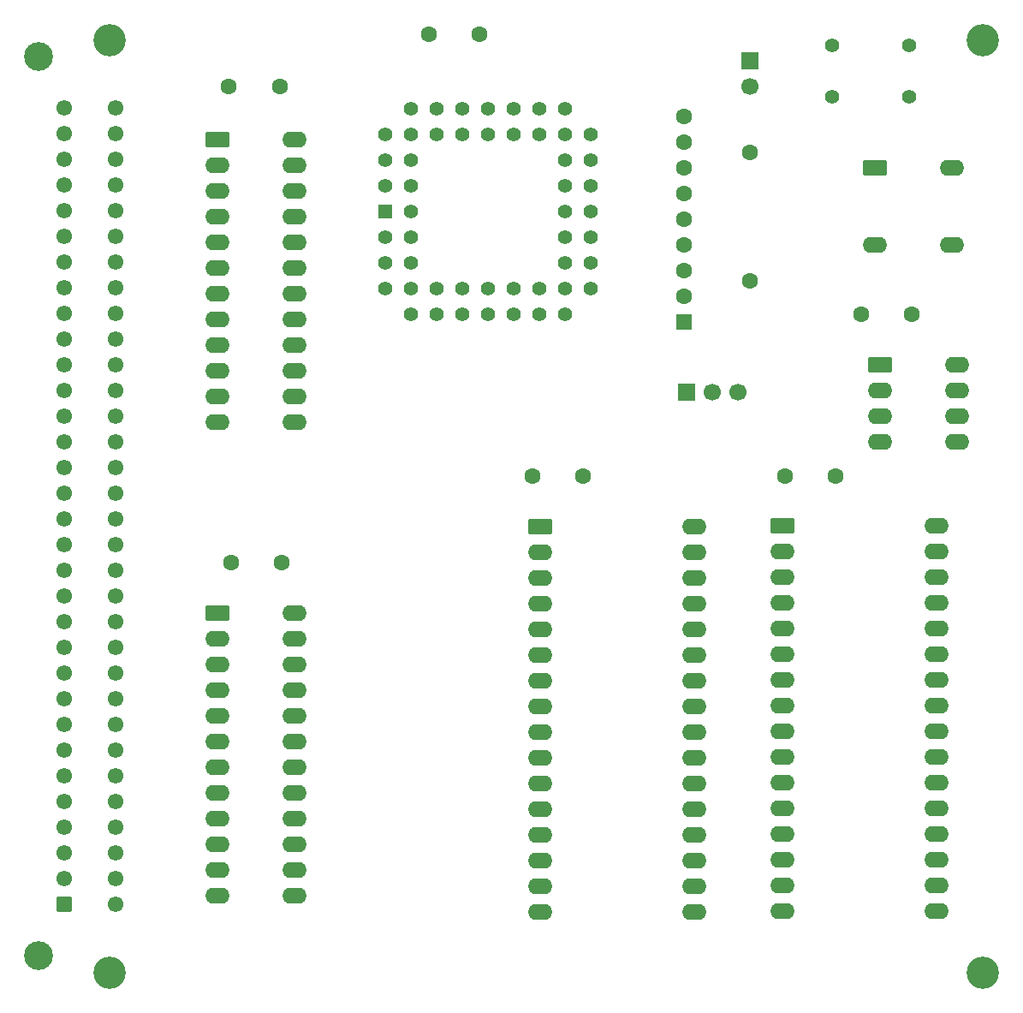
<source format=gts>
G04 #@! TF.GenerationSoftware,KiCad,Pcbnew,9.0.5*
G04 #@! TF.CreationDate,2025-11-17T14:43:12+11:00*
G04 #@! TF.ProjectId,MECB_68008_CPU,4d454342-5f36-4383-9030-385f4350552e,1.0*
G04 #@! TF.SameCoordinates,Original*
G04 #@! TF.FileFunction,Soldermask,Top*
G04 #@! TF.FilePolarity,Negative*
%FSLAX46Y46*%
G04 Gerber Fmt 4.6, Leading zero omitted, Abs format (unit mm)*
G04 Created by KiCad (PCBNEW 9.0.5) date 2025-11-17 14:43:12*
%MOMM*%
%LPD*%
G01*
G04 APERTURE LIST*
G04 Aperture macros list*
%AMRoundRect*
0 Rectangle with rounded corners*
0 $1 Rounding radius*
0 $2 $3 $4 $5 $6 $7 $8 $9 X,Y pos of 4 corners*
0 Add a 4 corners polygon primitive as box body*
4,1,4,$2,$3,$4,$5,$6,$7,$8,$9,$2,$3,0*
0 Add four circle primitives for the rounded corners*
1,1,$1+$1,$2,$3*
1,1,$1+$1,$4,$5*
1,1,$1+$1,$6,$7*
1,1,$1+$1,$8,$9*
0 Add four rect primitives between the rounded corners*
20,1,$1+$1,$2,$3,$4,$5,0*
20,1,$1+$1,$4,$5,$6,$7,0*
20,1,$1+$1,$6,$7,$8,$9,0*
20,1,$1+$1,$8,$9,$2,$3,0*%
G04 Aperture macros list end*
%ADD10C,1.600000*%
%ADD11C,3.200000*%
%ADD12C,2.850000*%
%ADD13RoundRect,0.249550X0.525450X-0.525450X0.525450X0.525450X-0.525450X0.525450X-0.525450X-0.525450X0*%
%ADD14C,1.550000*%
%ADD15C,1.397000*%
%ADD16R,1.600000X1.600000*%
%ADD17RoundRect,0.250000X-0.950000X-0.550000X0.950000X-0.550000X0.950000X0.550000X-0.950000X0.550000X0*%
%ADD18O,2.400000X1.600000*%
%ADD19R,1.700000X1.700000*%
%ADD20C,1.700000*%
%ADD21R,1.422400X1.422400*%
%ADD22C,1.422400*%
G04 APERTURE END LIST*
D10*
X153000000Y-93500000D03*
X148000000Y-93500000D03*
X118190000Y-102060000D03*
X123190000Y-102060000D03*
X180500000Y-77500000D03*
X185500000Y-77500000D03*
X137760000Y-49840000D03*
X142760000Y-49840000D03*
X173000000Y-93500000D03*
X178000000Y-93500000D03*
X118000000Y-55000000D03*
X123000000Y-55000000D03*
D11*
X192532000Y-50419000D03*
X192532000Y-142621000D03*
X106172000Y-50419000D03*
X106172000Y-142621000D03*
D12*
X99187000Y-140970000D03*
X99187000Y-52070000D03*
D13*
X101727000Y-135890000D03*
D14*
X101727000Y-133350000D03*
X101727000Y-130810000D03*
X101727000Y-128270000D03*
X101727000Y-125730000D03*
X101727000Y-123190000D03*
X101727000Y-120650000D03*
X101727000Y-118110000D03*
X101727000Y-115570000D03*
X101727000Y-113030000D03*
X101727000Y-110490000D03*
X101727000Y-107950000D03*
X101727000Y-105410000D03*
X101727000Y-102870000D03*
X101727000Y-100330000D03*
X101727000Y-97790000D03*
X101727000Y-95250000D03*
X101727000Y-92710000D03*
X101727000Y-90170000D03*
X101727000Y-87630000D03*
X101727000Y-85090000D03*
X101727000Y-82550000D03*
X101727000Y-80010000D03*
X101727000Y-77470000D03*
X101727000Y-74930000D03*
X101727000Y-72390000D03*
X101727000Y-69850000D03*
X101727000Y-67310000D03*
X101727000Y-64770000D03*
X101727000Y-62230000D03*
X101727000Y-59690000D03*
X101727000Y-57150000D03*
X106807000Y-135890000D03*
X106807000Y-133350000D03*
X106807000Y-130810000D03*
X106807000Y-128270000D03*
X106807000Y-125730000D03*
X106807000Y-123190000D03*
X106807000Y-120650000D03*
X106807000Y-118110000D03*
X106807000Y-115570000D03*
X106807000Y-113030000D03*
X106807000Y-110490000D03*
X106807000Y-107950000D03*
X106807000Y-105410000D03*
X106807000Y-102870000D03*
X106807000Y-100330000D03*
X106807000Y-97790000D03*
X106807000Y-95250000D03*
X106807000Y-92710000D03*
X106807000Y-90170000D03*
X106807000Y-87630000D03*
X106807000Y-85090000D03*
X106807000Y-82550000D03*
X106807000Y-80010000D03*
X106807000Y-77470000D03*
X106807000Y-74930000D03*
X106807000Y-72390000D03*
X106807000Y-69850000D03*
X106807000Y-67310000D03*
X106807000Y-64770000D03*
X106807000Y-62230000D03*
X106807000Y-59690000D03*
X106807000Y-57150000D03*
D15*
X177690000Y-50920000D03*
X185310000Y-50920000D03*
X177690000Y-56000000D03*
X185310000Y-56000000D03*
D16*
X163000000Y-78320000D03*
D10*
X163000000Y-75780000D03*
X163000000Y-73240000D03*
X163000000Y-70700000D03*
X163000000Y-68160000D03*
X163000000Y-65620000D03*
X163000000Y-63080000D03*
X163000000Y-60540000D03*
X163000000Y-58000000D03*
D17*
X172760000Y-98400000D03*
D18*
X172760000Y-100940000D03*
X172760000Y-103480000D03*
X172760000Y-106020000D03*
X172760000Y-108560000D03*
X172760000Y-111100000D03*
X172760000Y-113640000D03*
X172760000Y-116180000D03*
X172760000Y-118720000D03*
X172760000Y-121260000D03*
X172760000Y-123800000D03*
X172760000Y-126340000D03*
X172760000Y-128880000D03*
X172760000Y-131420000D03*
X172760000Y-133960000D03*
X172760000Y-136500000D03*
X188000000Y-136500000D03*
X188000000Y-133960000D03*
X188000000Y-131420000D03*
X188000000Y-128880000D03*
X188000000Y-126340000D03*
X188000000Y-123800000D03*
X188000000Y-121260000D03*
X188000000Y-118720000D03*
X188000000Y-116180000D03*
X188000000Y-113640000D03*
X188000000Y-111100000D03*
X188000000Y-108560000D03*
X188000000Y-106020000D03*
X188000000Y-103480000D03*
X188000000Y-100940000D03*
X188000000Y-98400000D03*
D17*
X116880000Y-60260000D03*
D18*
X116880000Y-62800000D03*
X116880000Y-65340000D03*
X116880000Y-67880000D03*
X116880000Y-70420000D03*
X116880000Y-72960000D03*
X116880000Y-75500000D03*
X116880000Y-78040000D03*
X116880000Y-80580000D03*
X116880000Y-83120000D03*
X116880000Y-85660000D03*
X116880000Y-88200000D03*
X124500000Y-88200000D03*
X124500000Y-85660000D03*
X124500000Y-83120000D03*
X124500000Y-80580000D03*
X124500000Y-78040000D03*
X124500000Y-75500000D03*
X124500000Y-72960000D03*
X124500000Y-70420000D03*
X124500000Y-67880000D03*
X124500000Y-65340000D03*
X124500000Y-62800000D03*
X124500000Y-60260000D03*
D19*
X169500000Y-52420000D03*
D20*
X169500000Y-54960000D03*
D17*
X182380000Y-82500000D03*
D18*
X182380000Y-85040000D03*
X182380000Y-87580000D03*
X182380000Y-90120000D03*
X190000000Y-90120000D03*
X190000000Y-87580000D03*
X190000000Y-85040000D03*
X190000000Y-82500000D03*
D17*
X181880000Y-63000000D03*
D18*
X181880000Y-70620000D03*
X189500000Y-70620000D03*
X189500000Y-63000000D03*
D10*
X169500000Y-61500000D03*
X169500000Y-74200000D03*
D17*
X116880000Y-107060000D03*
D18*
X116880000Y-109600000D03*
X116880000Y-112140000D03*
X116880000Y-114680000D03*
X116880000Y-117220000D03*
X116880000Y-119760000D03*
X116880000Y-122300000D03*
X116880000Y-124840000D03*
X116880000Y-127380000D03*
X116880000Y-129920000D03*
X116880000Y-132460000D03*
X116880000Y-135000000D03*
X124500000Y-135000000D03*
X124500000Y-132460000D03*
X124500000Y-129920000D03*
X124500000Y-127380000D03*
X124500000Y-124840000D03*
X124500000Y-122300000D03*
X124500000Y-119760000D03*
X124500000Y-117220000D03*
X124500000Y-114680000D03*
X124500000Y-112140000D03*
X124500000Y-109600000D03*
X124500000Y-107060000D03*
D17*
X148760000Y-98500000D03*
D18*
X148760000Y-101040000D03*
X148760000Y-103580000D03*
X148760000Y-106120000D03*
X148760000Y-108660000D03*
X148760000Y-111200000D03*
X148760000Y-113740000D03*
X148760000Y-116280000D03*
X148760000Y-118820000D03*
X148760000Y-121360000D03*
X148760000Y-123900000D03*
X148760000Y-126440000D03*
X148760000Y-128980000D03*
X148760000Y-131520000D03*
X148760000Y-134060000D03*
X148760000Y-136600000D03*
X164000000Y-136600000D03*
X164000000Y-134060000D03*
X164000000Y-131520000D03*
X164000000Y-128980000D03*
X164000000Y-126440000D03*
X164000000Y-123900000D03*
X164000000Y-121360000D03*
X164000000Y-118820000D03*
X164000000Y-116280000D03*
X164000000Y-113740000D03*
X164000000Y-111200000D03*
X164000000Y-108660000D03*
X164000000Y-106120000D03*
X164000000Y-103580000D03*
X164000000Y-101040000D03*
X164000000Y-98500000D03*
D21*
X133460000Y-67340000D03*
D22*
X136000000Y-67340000D03*
X133460000Y-69880000D03*
X136000000Y-69880000D03*
X133460000Y-72420000D03*
X136000000Y-72420000D03*
X133460000Y-74960000D03*
X136000000Y-77500000D03*
X136000000Y-74960000D03*
X138540000Y-77500000D03*
X138540000Y-74960000D03*
X141080000Y-77500000D03*
X141080000Y-74960000D03*
X143620000Y-77500000D03*
X143620000Y-74960000D03*
X146160000Y-77500000D03*
X146160000Y-74960000D03*
X148700000Y-77500000D03*
X148700000Y-74960000D03*
X151240000Y-77500000D03*
X153780000Y-74960000D03*
X151240000Y-74960000D03*
X153780000Y-72420000D03*
X151240000Y-72420000D03*
X153780000Y-69880000D03*
X151240000Y-69880000D03*
X153780000Y-67340000D03*
X151240000Y-67340000D03*
X153780000Y-64800000D03*
X151240000Y-64800000D03*
X153780000Y-62260000D03*
X151240000Y-62260000D03*
X153780000Y-59720000D03*
X151240000Y-57180000D03*
X151240000Y-59720000D03*
X148700000Y-57180000D03*
X148700000Y-59720000D03*
X146160000Y-57180000D03*
X146160000Y-59720000D03*
X143620000Y-57180000D03*
X143620000Y-59720000D03*
X141080000Y-57180000D03*
X141080000Y-59720000D03*
X138540000Y-57180000D03*
X138540000Y-59720000D03*
X136000000Y-57180000D03*
X133460000Y-59720000D03*
X136000000Y-59720000D03*
X133460000Y-62260000D03*
X136000000Y-62260000D03*
X133460000Y-64800000D03*
X136000000Y-64800000D03*
D19*
X163230000Y-85230000D03*
D20*
X165770000Y-85230000D03*
X168310000Y-85230000D03*
M02*

</source>
